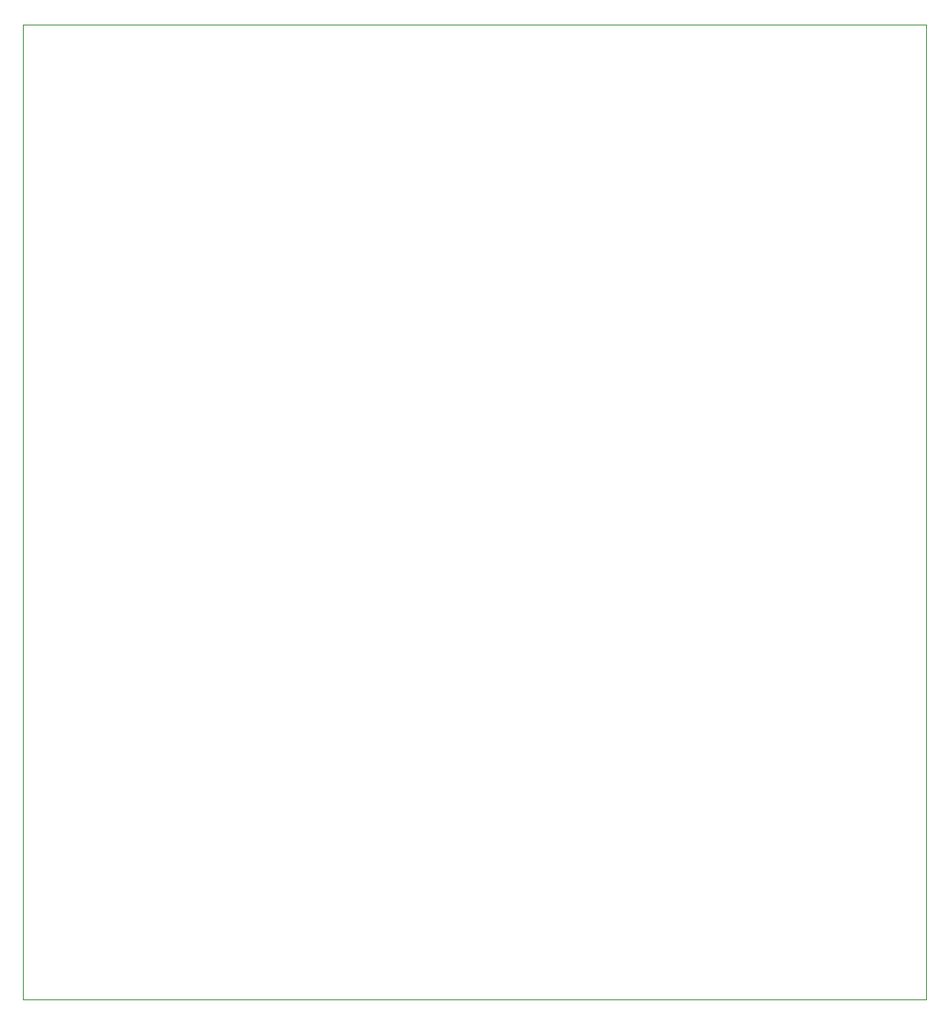
<source format=gm1>
G04 #@! TF.GenerationSoftware,KiCad,Pcbnew,(5.1.5)-3*
G04 #@! TF.CreationDate,2019-12-30T21:20:25-08:00*
G04 #@! TF.ProjectId,teensy40-bb-hc05-adapter,7465656e-7379-4343-902d-62622d686330,A*
G04 #@! TF.SameCoordinates,Original*
G04 #@! TF.FileFunction,Profile,NP*
%FSLAX46Y46*%
G04 Gerber Fmt 4.6, Leading zero omitted, Abs format (unit mm)*
G04 Created by KiCad (PCBNEW (5.1.5)-3) date 2019-12-30 21:20:25*
%MOMM*%
%LPD*%
G04 APERTURE LIST*
%ADD10C,0.050000*%
G04 APERTURE END LIST*
D10*
X100203000Y-44323000D02*
X100203000Y-141605000D01*
X100203000Y-141605000D02*
X190373000Y-141605000D01*
X190373000Y-44323000D02*
X190373000Y-141605000D01*
X100203000Y-44323000D02*
X190373000Y-44323000D01*
M02*

</source>
